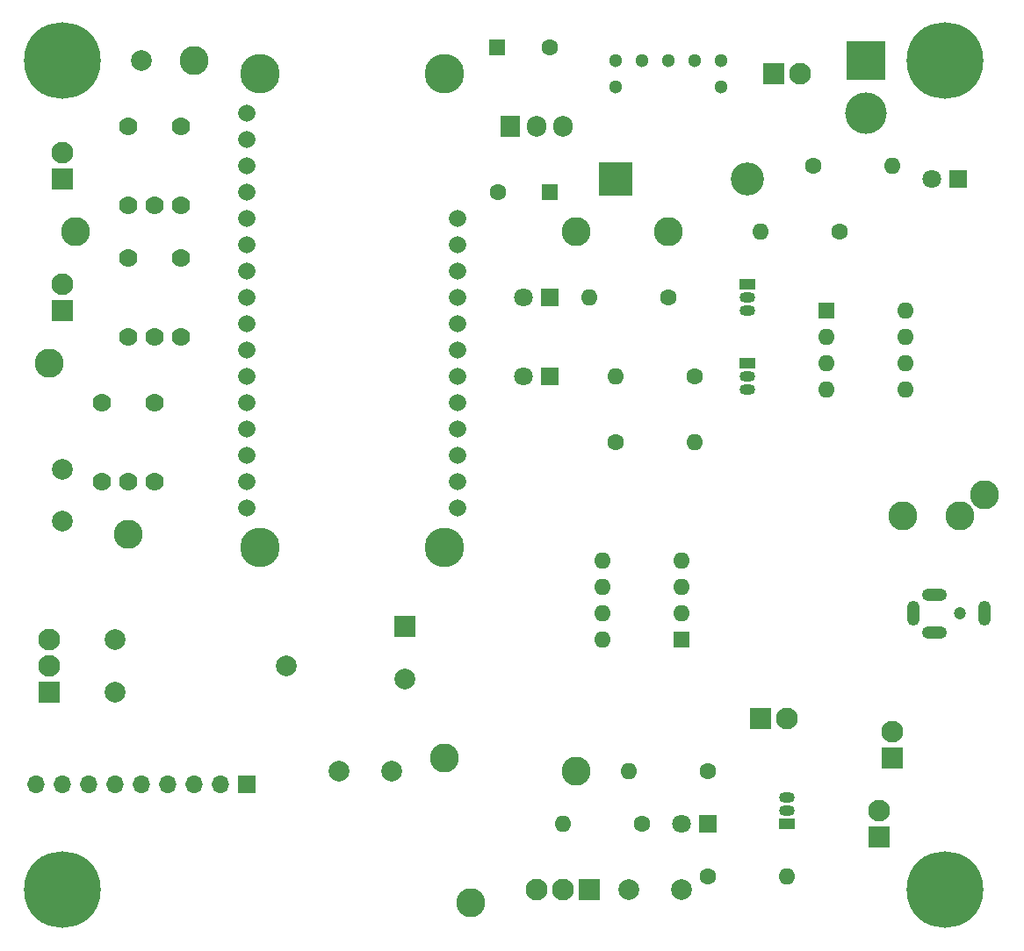
<source format=gbr>
G04 #@! TF.GenerationSoftware,KiCad,Pcbnew,(5.1.4)-1*
G04 #@! TF.CreationDate,2020-01-29T06:20:51-05:00*
G04 #@! TF.ProjectId,CameraTrigger,43616d65-7261-4547-9269-676765722e6b,rev?*
G04 #@! TF.SameCoordinates,Original*
G04 #@! TF.FileFunction,Soldermask,Top*
G04 #@! TF.FilePolarity,Negative*
%FSLAX46Y46*%
G04 Gerber Fmt 4.6, Leading zero omitted, Abs format (unit mm)*
G04 Created by KiCad (PCBNEW (5.1.4)-1) date 2020-01-29 06:20:51*
%MOMM*%
%LPD*%
G04 APERTURE LIST*
%ADD10C,2.800000*%
%ADD11C,2.100000*%
%ADD12R,2.100000X2.100000*%
%ADD13C,1.300000*%
%ADD14C,2.000000*%
%ADD15C,1.778000*%
%ADD16C,4.000000*%
%ADD17R,3.800000X3.800000*%
%ADD18O,1.600000X1.600000*%
%ADD19C,1.600000*%
%ADD20C,1.800000*%
%ADD21R,1.800000X1.800000*%
%ADD22O,1.208000X2.416000*%
%ADD23O,2.416000X1.208000*%
%ADD24C,1.200000*%
%ADD25R,1.600000X1.600000*%
%ADD26O,1.905000X2.000000*%
%ADD27R,1.905000X2.000000*%
%ADD28R,1.500000X1.050000*%
%ADD29O,1.500000X1.050000*%
%ADD30O,1.700000X1.700000*%
%ADD31R,1.700000X1.700000*%
%ADD32C,7.400000*%
%ADD33O,3.200000X3.200000*%
%ADD34R,3.200000X3.200000*%
%ADD35R,2.000000X2.000000*%
%ADD36C,1.665000*%
%ADD37C,3.810000*%
G04 APERTURE END LIST*
D10*
X102590000Y-61690000D03*
X108090000Y-61690000D03*
X110490000Y-59690000D03*
D11*
X92710000Y-19050000D03*
D12*
X90170000Y-19050000D03*
D13*
X82550000Y-17780000D03*
X80010000Y-17780000D03*
X77470000Y-17780000D03*
X85090000Y-17780000D03*
X74930000Y-17780000D03*
X85090000Y-20320000D03*
X74930000Y-20320000D03*
D14*
X43180000Y-76200000D03*
X81200000Y-97790000D03*
X76200000Y-97790000D03*
X26670000Y-78660000D03*
X26670000Y-73660000D03*
X21590000Y-57230000D03*
X21590000Y-62230000D03*
X53260000Y-86360000D03*
X48260000Y-86360000D03*
D15*
X27940000Y-31750000D03*
X30480000Y-31750000D03*
X33020000Y-31750000D03*
X33020000Y-24130000D03*
X27940000Y-24130000D03*
X27940000Y-44450000D03*
X30480000Y-44450000D03*
X33020000Y-44450000D03*
X33020000Y-36830000D03*
X27940000Y-36830000D03*
D16*
X99060000Y-22780000D03*
D17*
X99060000Y-17780000D03*
D18*
X91440000Y-96520000D03*
D19*
X83820000Y-96520000D03*
D20*
X81280000Y-91440000D03*
D21*
X83820000Y-91440000D03*
D22*
X103590000Y-71120000D03*
D23*
X105590000Y-72970000D03*
X105590000Y-69270000D03*
D22*
X110490000Y-71120000D03*
D24*
X108090000Y-71120000D03*
D10*
X80010000Y-34290000D03*
D11*
X91440000Y-81280000D03*
D12*
X88900000Y-81280000D03*
D18*
X102870000Y-41910000D03*
X95250000Y-49530000D03*
X102870000Y-44450000D03*
X95250000Y-46990000D03*
X102870000Y-46990000D03*
X95250000Y-44450000D03*
X102870000Y-49530000D03*
D25*
X95250000Y-41910000D03*
D18*
X73660000Y-73660000D03*
X81280000Y-66040000D03*
X73660000Y-71120000D03*
X81280000Y-68580000D03*
X73660000Y-68580000D03*
X81280000Y-71120000D03*
X73660000Y-66040000D03*
D25*
X81280000Y-73660000D03*
D26*
X69850000Y-24130000D03*
X67310000Y-24130000D03*
D27*
X64770000Y-24130000D03*
D10*
X58420000Y-85090000D03*
X27940000Y-63500000D03*
X20320000Y-46990000D03*
X22860000Y-34290000D03*
X34290000Y-17780000D03*
X71120000Y-34290000D03*
X71120000Y-86360000D03*
X60960000Y-99060000D03*
D15*
X25400000Y-58420000D03*
X27940000Y-58420000D03*
X30480000Y-58420000D03*
X30480000Y-50800000D03*
X25400000Y-50800000D03*
D18*
X82550000Y-54610000D03*
D19*
X74930000Y-54610000D03*
D18*
X88900000Y-34290000D03*
D19*
X96520000Y-34290000D03*
D18*
X72390000Y-40640000D03*
D19*
X80010000Y-40640000D03*
D18*
X101600000Y-27940000D03*
D19*
X93980000Y-27940000D03*
D18*
X76200000Y-86360000D03*
D19*
X83820000Y-86360000D03*
D18*
X74930000Y-48260000D03*
D19*
X82550000Y-48260000D03*
D18*
X69850000Y-91440000D03*
D19*
X77470000Y-91440000D03*
D28*
X87630000Y-46990000D03*
D29*
X87630000Y-49530000D03*
X87630000Y-48260000D03*
D28*
X87630000Y-39370000D03*
D29*
X87630000Y-41910000D03*
X87630000Y-40640000D03*
D28*
X91440000Y-91440000D03*
D29*
X91440000Y-88900000D03*
X91440000Y-90170000D03*
D30*
X19050000Y-87630000D03*
X21590000Y-87630000D03*
X24130000Y-87630000D03*
X26670000Y-87630000D03*
X29210000Y-87630000D03*
X31750000Y-87630000D03*
X34290000Y-87630000D03*
X36830000Y-87630000D03*
D31*
X39370000Y-87630000D03*
D11*
X21590000Y-39370000D03*
D12*
X21590000Y-41910000D03*
D11*
X21590000Y-26670000D03*
D12*
X21590000Y-29210000D03*
D11*
X67310000Y-97790000D03*
X69850000Y-97790000D03*
D12*
X72390000Y-97790000D03*
D11*
X100330000Y-90170000D03*
D12*
X100330000Y-92710000D03*
D11*
X20320000Y-73660000D03*
X20320000Y-76200000D03*
D12*
X20320000Y-78740000D03*
D11*
X101600000Y-82550000D03*
D12*
X101600000Y-85090000D03*
D32*
X21590000Y-97790000D03*
X21590000Y-17780000D03*
X106680000Y-17780000D03*
X106680000Y-97790000D03*
D20*
X66040000Y-48260000D03*
D21*
X68580000Y-48260000D03*
D20*
X105410000Y-29210000D03*
D21*
X107950000Y-29210000D03*
D33*
X87630000Y-29210000D03*
D34*
X74930000Y-29210000D03*
D20*
X66040000Y-40640000D03*
D21*
X68580000Y-40640000D03*
D19*
X63580000Y-30480000D03*
D25*
X68580000Y-30480000D03*
D19*
X68500000Y-16510000D03*
D25*
X63500000Y-16510000D03*
D14*
X54610000Y-77390000D03*
D35*
X54610000Y-72390000D03*
D14*
X29210000Y-17780000D03*
D36*
X59690000Y-33020000D03*
X59690000Y-35560000D03*
X59690000Y-38100000D03*
X59690000Y-40640000D03*
X59690000Y-43180000D03*
X59690000Y-45720000D03*
X59690000Y-48260000D03*
X59690000Y-50800000D03*
X59690000Y-53340000D03*
X59690000Y-55880000D03*
X59690000Y-58420000D03*
X59690000Y-60960000D03*
X39370000Y-60960000D03*
X39370000Y-58420000D03*
X39370000Y-55880000D03*
X39370000Y-53340000D03*
X39370000Y-50800000D03*
X39370000Y-48260000D03*
X39370000Y-45720000D03*
X39370000Y-43180000D03*
X39370000Y-40640000D03*
X39370000Y-38100000D03*
X39370000Y-35560000D03*
X39370000Y-33020000D03*
X39370000Y-30480000D03*
X39370000Y-27940000D03*
X39370000Y-25400000D03*
X39370000Y-22860000D03*
D37*
X40640000Y-19050000D03*
X58420000Y-19050000D03*
X40640000Y-64770000D03*
X58420000Y-64770000D03*
M02*

</source>
